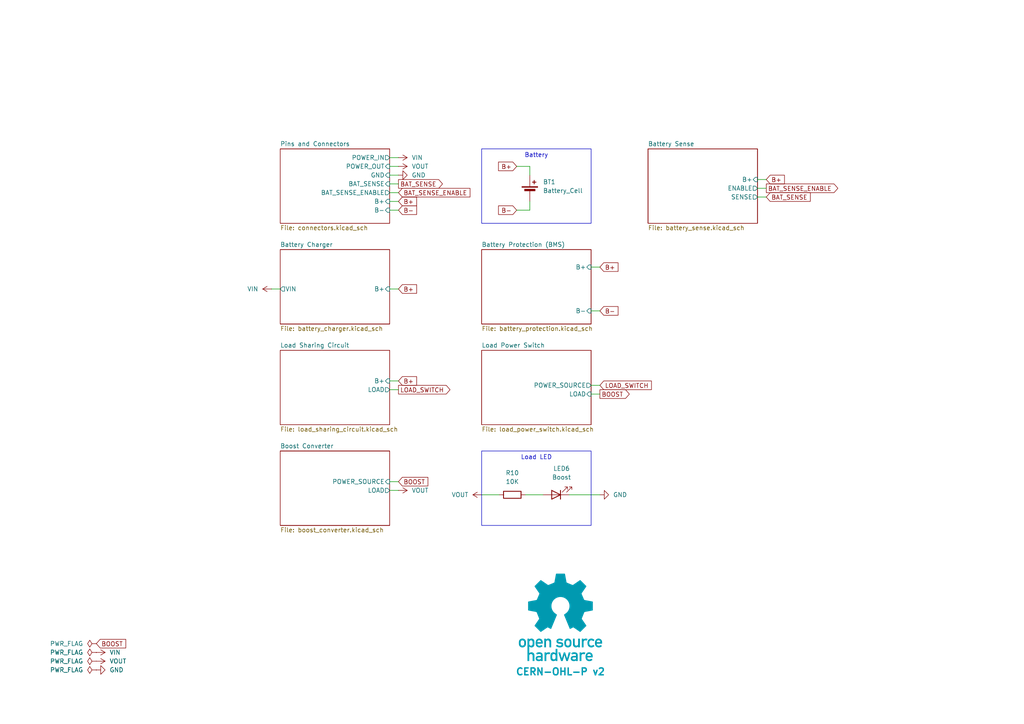
<source format=kicad_sch>
(kicad_sch (version 20231120) (generator "eeschema") (generator_version "8.0")
  (paper "A4")
  (lib_symbols
    (symbol "Device:Battery_Cell" (pin_numbers hide) (pin_names (offset 0) hide)
      (property "Reference" "BT" (at 2.54 2.54 0))
      (property "Value" "Battery_Cell" (at 2.54 0 0))
      (symbol "Battery_Cell_0_1"
        (rectangle (start -2.286 1.778) (end 2.286 1.524) (fill (type outline)))
        (rectangle (start -1.524 1.016) (end 1.524 0.508) (fill (type outline)))
        (polyline (pts (xy 0 0.762) (xy 0 0)))
        (polyline (pts (xy 0 1.778) (xy 0 2.54)))
        (polyline (pts (xy 0.762 3.048) (xy 1.778 3.048)) (stroke (width 0.254)))
        (polyline (pts (xy 1.27 3.556) (xy 1.27 2.54)) (stroke (width 0.254)))
      )
      (symbol "Battery_Cell_1_1"
        (pin passive line (at 0 5.08 270) (length 2.54) (name "+") (number "1"))
        (pin passive line (at 0 -2.54 90) (length 2.54) (name "-") (number "2"))
      )
    )
    (symbol "Device:LED" (pin_numbers hide) (pin_names (offset 1.016) hide)
      (property "Reference" "D" (at 0 2.54 0))
      (property "Value" "LED" (at 0 -2.54 0))
      (symbol "LED_0_1"
        (polyline (pts (xy -1.27 -1.27) (xy -1.27 1.27)) (stroke (width 0.254)))
        (polyline (pts (xy -1.27 0) (xy 1.27 0)))
        (polyline (pts (xy 1.27 -1.27) (xy 1.27 1.27) (xy -1.27 0) (xy 1.27 -1.27)) (stroke (width 0.254)))
        (polyline (pts (xy -3.048 -0.762) (xy -4.572 -2.286) (xy -3.81 -2.286) (xy -4.572 -2.286) (xy -4.572 -1.524)))
        (polyline (pts (xy -1.778 -0.762) (xy -3.302 -2.286) (xy -2.54 -2.286) (xy -3.302 -2.286) (xy -3.302 -1.524)))
      )
      (symbol "LED_1_1"
        (pin passive line (at -3.81 0 0) (length 2.54) (name "K") (number "1"))
        (pin passive line (at 3.81 0 180) (length 2.54) (name "A") (number "2"))
      )
    )
    (symbol "Device:R" (pin_numbers hide) (pin_names (offset 0))
      (property "Reference" "R" (at 2.032 0 90))
      (property "Value" "R" (at 0 0 90))
      (symbol "R_0_1"
        (rectangle (start -1.016 -2.54) (end 1.016 2.54) (stroke (width 0.254)))
      )
      (symbol "R_1_1"
        (pin passive line (at 0 3.81 270) (length 1.27) (name "~") (number "1"))
        (pin passive line (at 0 -3.81 90) (length 1.27) (name "~") (number "2"))
      )
    )
    (symbol "power:+5V" (power) (pin_numbers hide) (pin_names (offset 0) hide)
      (property "Value" "+5V" (at 0 3.556 0))
      (symbol "+5V_0_1"
        (polyline (pts (xy -0.762 1.27) (xy 0 2.54)))
        (polyline (pts (xy 0 0) (xy 0 2.54)))
        (polyline (pts (xy 0 2.54) (xy 0.762 1.27)))
      )
      (symbol "+5V_1_1"
        (pin power_in line (at 0 0 90) (length 0) (name "~") (number "1"))
      )
    )
    (symbol "power:GND" (power) (pin_numbers hide) (pin_names (offset 0) hide)
      (property "Value" "GND" (at 0 -3.81 0))
      (symbol "GND_0_1"
        (polyline (pts (xy 0 0) (xy 0 -1.27) (xy 1.27 -1.27) (xy 0 -2.54) (xy -1.27 -1.27) (xy 0 -1.27)))
      )
      (symbol "GND_1_1"
        (pin power_in line (at 0 0 270) (length 0) (name "~") (number "1"))
      )
    )
    (symbol "power:PWR_FLAG" (power) (pin_numbers hide) (pin_names (offset 0) hide)
      (property "Value" "PWR_FLAG" (at 0 3.81 0))
      (symbol "PWR_FLAG_0_0"
        (pin power_out line (at 0 0 90) (length 0) (name "~") (number "1"))
      )
      (symbol "PWR_FLAG_0_1"
        (polyline (pts (xy 0 0) (xy 0 1.27) (xy -1.016 1.905) (xy 0 2.54) (xy 1.016 1.905) (xy 0 1.27)))
      )
    )
    (symbol "power:VCC" (power) (pin_numbers hide) (pin_names (offset 0) hide)
      (property "Value" "VCC" (at 0 3.556 0))
      (symbol "VCC_0_1"
        (polyline (pts (xy -0.762 1.27) (xy 0 2.54)))
        (polyline (pts (xy 0 0) (xy 0 2.54)))
        (polyline (pts (xy 0 2.54) (xy 0.762 1.27)))
      )
      (symbol "VCC_1_1"
        (pin power_in line (at 0 0 90) (length 0) (name "~") (number "1"))
      )
    )
  )
  (wire (pts (xy 78.74 83.82) (xy 81.28 83.82)))
  (wire (pts (xy 219.71 52.07) (xy 222.25 52.07)))
  (wire (pts (xy 115.57 48.26) (xy 113.03 48.26)))
  (wire (pts (xy 139.7 143.51) (xy 144.78 143.51)))
  (wire (pts (xy 152.4 143.51) (xy 157.48 143.51)))
  (wire (pts (xy 219.71 54.61) (xy 222.25 54.61)))
  (wire (pts (xy 115.57 55.88) (xy 113.03 55.88)))
  (wire (pts (xy 115.57 139.7) (xy 113.03 139.7)))
  (wire (pts (xy 173.99 114.3) (xy 171.45 114.3)))
  (wire (pts (xy 115.57 53.34) (xy 113.03 53.34)))
  (wire (pts (xy 173.99 77.47) (xy 171.45 77.47)))
  (wire (pts (xy 115.57 45.72) (xy 113.03 45.72)))
  (wire (pts (xy 115.57 50.8) (xy 113.03 50.8)))
  (wire (pts (xy 173.99 143.51) (xy 165.1 143.51)))
  (wire (pts (xy 115.57 58.42) (xy 113.03 58.42)))
  (wire (pts (xy 115.57 142.24) (xy 113.03 142.24)))
  (wire (pts (xy 149.86 48.26) (xy 153.67 48.26)))
  (wire (pts (xy 113.03 83.82) (xy 115.57 83.82)))
  (wire (pts (xy 173.99 111.76) (xy 171.45 111.76)))
  (wire (pts (xy 219.71 57.15) (xy 222.25 57.15)))
  (wire (pts (xy 153.67 60.96) (xy 149.86 60.96)))
  (wire (pts (xy 115.57 110.49) (xy 113.03 110.49)))
  (wire (pts (xy 153.67 48.26) (xy 153.67 50.8)))
  (wire (pts (xy 173.99 90.17) (xy 171.45 90.17)))
  (wire (pts (xy 115.57 60.96) (xy 113.03 60.96)))
  (wire (pts (xy 153.67 60.96) (xy 153.67 58.42)))
  (wire (pts (xy 115.57 113.03) (xy 113.03 113.03)))
  (image (at 162.56 179.07) (scale 0.37481))
  (text_box "Battery" (at 139.7 43.18 0) (size 31.75 21.59) (effects (font (size 1.27 1.27)) (justify top)))
  (text_box "Load LED" (at 139.7 130.81 0) (size 31.75 21.59) (effects (font (size 1.27 1.27)) (justify top)))
  (text "CERN-OHL-P v2" (at 162.56 195.072 0) (effects (font (size 2 2) (thickness 0.4) (bold yes))))
  (global_label "BOOST" (shape input) (at 115.57 139.7 0) (property "Intersheetrefs" "${INTERSHEET_REFS}" (effects (hide yes))))
  (global_label "B-" (shape input) (at 115.57 60.96 0) (property "Intersheetrefs" "${INTERSHEET_REFS}" (effects (hide yes))))
  (global_label "B+" (shape input) (at 149.86 48.26 180) (property "Intersheetrefs" "${INTERSHEET_REFS}" (effects (hide yes))))
  (global_label "BAT_SENSE" (shape input) (at 222.25 57.15 0) (property "Intersheetrefs" "${INTERSHEET_REFS}" (effects (hide yes))))
  (global_label "B+" (shape input) (at 115.57 83.82 0) (property "Intersheetrefs" "${INTERSHEET_REFS}" (effects (hide yes))))
  (global_label "B+" (shape input) (at 222.25 52.07 0) (property "Intersheetrefs" "${INTERSHEET_REFS}" (effects (hide yes))))
  (global_label "LOAD_SWITCH" (shape input) (at 173.99 111.76 0) (property "Intersheetrefs" "${INTERSHEET_REFS}" (effects (hide yes))))
  (global_label "BOOST" (shape output) (at 173.99 114.3 0) (property "Intersheetrefs" "${INTERSHEET_REFS}" (effects (hide yes))))
  (global_label "BAT_SENSE_ENABLE" (shape output) (at 222.25 54.61 0) (property "Intersheetrefs" "${INTERSHEET_REFS}" (effects (hide yes))))
  (global_label "BAT_SENSE" (shape output) (at 115.57 53.34 0) (property "Intersheetrefs" "${INTERSHEET_REFS}" (effects (hide yes))))
  (global_label "B-" (shape input) (at 173.99 90.17 0) (property "Intersheetrefs" "${INTERSHEET_REFS}" (effects (hide yes))))
  (global_label "LOAD_SWITCH" (shape output) (at 115.57 113.03 0) (property "Intersheetrefs" "${INTERSHEET_REFS}" (effects (hide yes))))
  (global_label "B+" (shape input) (at 173.99 77.47 0) (property "Intersheetrefs" "${INTERSHEET_REFS}" (effects (hide yes))))
  (global_label "B+" (shape input) (at 115.57 58.42 0) (property "Intersheetrefs" "${INTERSHEET_REFS}" (effects (hide yes))))
  (global_label "B-" (shape input) (at 149.86 60.96 180) (property "Intersheetrefs" "${INTERSHEET_REFS}" (effects (hide yes))))
  (global_label "BAT_SENSE_ENABLE" (shape input) (at 115.57 55.88 0) (property "Intersheetrefs" "${INTERSHEET_REFS}" (effects (hide yes))))
  (global_label "B+" (shape input) (at 115.57 110.49 0) (property "Intersheetrefs" "${INTERSHEET_REFS}" (effects (hide yes))))
  (global_label "BOOST" (shape input) (at 27.94 186.69 0) (property "Intersheetrefs" "${INTERSHEET_REFS}" (effects (hide yes))))
  (symbol (lib_id "power:VCC") (at 115.57 45.72 270) (unit 1)
    (property "Reference" "#PWR014" (effects (hide yes)))
    (property "Value" "VIN" (at 119.38 45.7199 90) (effects (justify left)))
    (property "Description" "Power symbol creates a global label with name \"VCC\"" (effects (hide yes)))
  )
  (symbol (lib_id "power:VCC") (at 78.74 83.82 90) (unit 1)
    (property "Reference" "#PWR01" (effects (hide yes)))
    (property "Value" "VIN" (at 74.93 83.8199 90) (effects (justify left)))
    (property "Description" "Power symbol creates a global label with name \"VCC\"" (effects (hide yes)))
  )
  (symbol (lib_id "power:+5V") (at 115.57 48.26 270) (unit 1)
    (property "Reference" "#PWR015" (effects (hide yes)))
    (property "Value" "VOUT" (at 119.38 48.2599 90) (effects (justify left)))
    (property "Description" "Power symbol creates a global label with name \"+5V\"" (effects (hide yes)))
  )
  (symbol (lib_id "Device:R") (at 148.59 143.51 90) (mirror x) (unit 1)
    (property "Reference" "R10" (at 148.59 137.16 90))
    (property "Value" "10K" (at 148.59 139.7 90))
    (property "Footprint" "Resistor_SMD:R_0402_1005Metric" (effects (hide yes)))
    (property "Description" "Resistor" (effects (hide yes)))
    (property "LCSC Part" "C25744" (effects (hide yes)))
  )
  (symbol (lib_id "power:PWR_FLAG") (at 27.94 191.77 90) (unit 1)
    (property "Reference" "#FLG02" (effects (hide yes)))
    (property "Value" "PWR_FLAG" (at 24.13 191.7699 90) (effects (justify left)))
    (property "Description" "Special symbol for telling ERC where power comes from" (effects (hide yes)))
  )
  (symbol (lib_id "power:GND") (at 27.94 194.31 90) (unit 1)
    (property "Reference" "#PWR021" (effects (hide yes)))
    (property "Value" "GND" (at 31.75 194.31 90) (effects (justify right)))
    (property "Description" "Power symbol creates a global label with name \"GND\" , ground" (effects (hide yes)))
  )
  (symbol (lib_id "Device:Battery_Cell") (at 153.67 55.88 0) (unit 1)
    (property "Reference" "BT1" (at 157.48 52.7684 0) (effects (justify left)))
    (property "Value" "Battery_Cell" (at 157.48 55.3084 0) (effects (justify left)))
    (property "Footprint" "lcsc:BAT-TH_18650-A5BJ001" (effects (hide yes)))
    (property "Description" "Single-cell battery" (effects (hide yes)))
  )
  (symbol (lib_id "power:+5V") (at 139.7 143.51 90) (unit 1)
    (property "Reference" "#PWR017" (effects (hide yes)))
    (property "Value" "VOUT" (at 135.89 143.5099 90) (effects (justify left)))
    (property "Description" "Power symbol creates a global label with name \"+5V\"" (effects (hide yes)))
  )
  (symbol (lib_id "power:GND") (at 115.57 50.8 90) (unit 1)
    (property "Reference" "#PWR05" (effects (hide yes)))
    (property "Value" "GND" (at 119.38 50.8 90) (effects (justify right)))
    (property "Description" "Power symbol creates a global label with name \"GND\" , ground" (effects (hide yes)))
  )
  (symbol (lib_id "power:GND") (at 173.99 143.51 90) (unit 1)
    (property "Reference" "#PWR012" (effects (hide yes)))
    (property "Value" "GND" (at 177.8 143.5099 90) (effects (justify right)))
    (property "Description" "Power symbol creates a global label with name \"GND\" , ground" (effects (hide yes)))
  )
  (symbol (lib_id "power:PWR_FLAG") (at 27.94 194.31 90) (unit 1)
    (property "Reference" "#FLG01" (effects (hide yes)))
    (property "Value" "PWR_FLAG" (at 24.13 194.3099 90) (effects (justify left)))
    (property "Description" "Special symbol for telling ERC where power comes from" (effects (hide yes)))
  )
  (symbol (lib_id "power:+5V") (at 27.94 191.77 270) (unit 1)
    (property "Reference" "#PWR020" (effects (hide yes)))
    (property "Value" "VOUT" (at 31.75 191.7699 90) (effects (justify left)))
    (property "Description" "Power symbol creates a global label with name \"+5V\"" (effects (hide yes)))
  )
  (symbol (lib_id "Device:LED") (at 161.29 143.51 180) (unit 1)
    (property "Reference" "LED6" (at 162.8775 135.89 0))
    (property "Value" "Boost" (at 162.8775 138.43 0))
    (property "Footprint" "custom:LED_0805_2012Metric_Pad1.15x1.40mm_HandSolder_simple" (effects (hide yes)))
    (property "Description" "Light emitting diode" (effects (hide yes)))
  )
  (symbol (lib_id "power:PWR_FLAG") (at 27.94 189.23 90) (unit 1)
    (property "Reference" "#FLG03" (effects (hide yes)))
    (property "Value" "PWR_FLAG" (at 24.13 189.2299 90) (effects (justify left)))
    (property "Description" "Special symbol for telling ERC where power comes from" (effects (hide yes)))
  )
  (symbol (lib_id "power:VCC") (at 27.94 189.23 270) (unit 1)
    (property "Reference" "#PWR019" (effects (hide yes)))
    (property "Value" "VIN" (at 31.75 189.23 90) (effects (justify left)))
    (property "Description" "Power symbol creates a global label with name \"VCC\"" (effects (hide yes)))
  )
  (symbol (lib_id "power:+5V") (at 115.57 142.24 270) (unit 1)
    (property "Reference" "#PWR013" (effects (hide yes)))
    (property "Value" "VOUT" (at 119.38 142.2399 90) (effects (justify left)))
    (property "Description" "Power symbol creates a global label with name \"+5V\"" (effects (hide yes)))
  )
  (symbol (lib_id "power:PWR_FLAG") (at 27.94 186.69 90) (unit 1)
    (property "Reference" "#FLG04" (effects (hide yes)))
    (property "Value" "PWR_FLAG" (at 24.13 186.6899 90) (effects (justify left)))
    (property "Description" "Special symbol for telling ERC where power comes from" (effects (hide yes)))
  )
  (sheet (at 187.96 43.18) (size 31.75 21.59) (stroke (width 0.1524))
    (property "Sheetname" "Battery Sense" (at 187.96 42.4684 0) (effects (justify left bottom)))
    (property "Sheetfile" "battery_sense.kicad_sch" (at 187.96 65.3546 0) (effects (justify left top)))
    (pin "SENSE" output (at 219.71 57.15 0))
    (pin "ENABLE" output (at 219.71 54.61 0))
    (pin "B+" input (at 219.71 52.07 0))
  )
  (sheet (at 81.28 72.39) (size 31.75 21.59) (stroke (width 0.1524))
    (property "Sheetname" "Battery Charger" (at 81.28 71.6784 0) (effects (justify left bottom)))
    (property "Sheetfile" "battery_charger.kicad_sch" (at 81.28 94.5646 0) (effects (justify left top)))
    (pin "B+" input (at 113.03 83.82 0))
    (pin "VIN" output (at 81.28 83.82 180))
  )
  (sheet (at 139.7 72.39) (size 31.75 21.59) (stroke (width 0.1524))
    (property "Sheetname" "Battery Protection (BMS)" (at 139.7 71.6784 0) (effects (justify left bottom)))
    (property "Sheetfile" "battery_protection.kicad_sch" (at 139.7 94.5646 0) (effects (justify left top)))
    (pin "B+" input (at 171.45 77.47 0))
    (pin "B-" input (at 171.45 90.17 0))
  )
  (sheet (at 139.7 101.6) (size 31.75 21.59) (stroke (width 0.1524))
    (property "Sheetname" "Load Power Switch" (at 139.7 100.8884 0) (effects (justify left bottom)))
    (property "Sheetfile" "load_power_switch.kicad_sch" (at 139.7 123.7746 0) (effects (justify left top)))
    (pin "LOAD" input (at 171.45 114.3 0))
    (pin "POWER_SOURCE" output (at 171.45 111.76 0))
  )
  (sheet (at 81.28 101.6) (size 31.75 21.59) (stroke (width 0.1524))
    (property "Sheetname" "Load Sharing Circuit" (at 81.28 100.8884 0) (effects (justify left bottom)))
    (property "Sheetfile" "load_sharing_circuit.kicad_sch" (at 81.28 123.7746 0) (effects (justify left top)))
    (pin "B+" input (at 113.03 110.49 0))
    (pin "LOAD" output (at 113.03 113.03 0))
  )
  (sheet (at 81.28 130.81) (size 31.75 21.59) (stroke (width 0.1524))
    (property "Sheetname" "Boost Converter" (at 81.28 130.0984 0) (effects (justify left bottom)))
    (property "Sheetfile" "boost_converter.kicad_sch" (at 81.28 152.9846 0) (effects (justify left top)))
    (pin "POWER_SOURCE" input (at 113.03 139.7 0))
    (pin "LOAD" output (at 113.03 142.24 0))
  )
  (sheet (at 81.28 43.18) (size 31.75 21.59) (stroke (width 0.1524))
    (property "Sheetname" "Pins and Connectors" (at 81.28 42.4684 0) (effects (justify left bottom)))
    (property "Sheetfile" "connectors.kicad_sch" (at 81.28 65.3546 0) (effects (justify left top)))
    (pin "POWER_IN" output (at 113.03 45.72 0))
    (pin "POWER_OUT" input (at 113.03 48.26 0))
    (pin "GND" input (at 113.03 50.8 0))
    (pin "BAT_SENSE" input (at 113.03 53.34 0))
    (pin "BAT_SENSE_ENABLE" output (at 113.03 55.88 0))
    (pin "B-" input (at 113.03 60.96 0))
    (pin "B+" input (at 113.03 58.42 0))
  )
)
</source>
